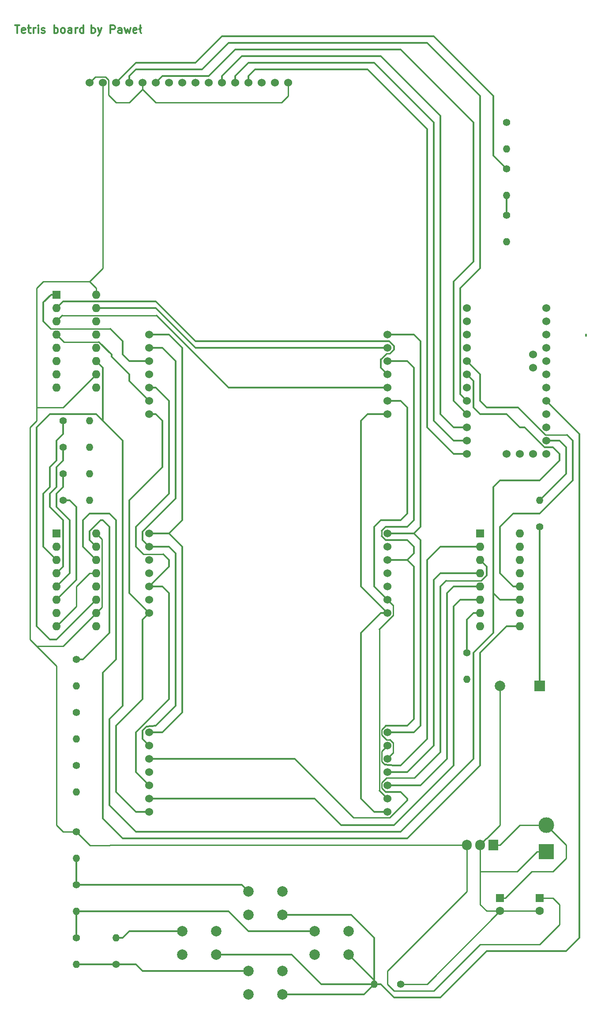
<source format=gtl>
G04 #@! TF.GenerationSoftware,KiCad,Pcbnew,5.1.5-52549c5~84~ubuntu19.10.1*
G04 #@! TF.CreationDate,2020-03-16T22:21:34+01:00*
G04 #@! TF.ProjectId,tetris-board,74657472-6973-42d6-926f-6172642e6b69,rev?*
G04 #@! TF.SameCoordinates,Original*
G04 #@! TF.FileFunction,Copper,L1,Top*
G04 #@! TF.FilePolarity,Positive*
%FSLAX46Y46*%
G04 Gerber Fmt 4.6, Leading zero omitted, Abs format (unit mm)*
G04 Created by KiCad (PCBNEW 5.1.5-52549c5~84~ubuntu19.10.1) date 2020-03-16 22:21:34*
%MOMM*%
%LPD*%
G04 APERTURE LIST*
%ADD10C,0.300000*%
%ADD11C,1.524000*%
%ADD12O,1.600000X1.600000*%
%ADD13R,1.600000X1.600000*%
%ADD14C,3.000000*%
%ADD15R,3.000000X3.000000*%
%ADD16O,1.905000X2.000000*%
%ADD17R,1.905000X2.000000*%
%ADD18C,1.600000*%
%ADD19C,2.000000*%
%ADD20O,1.400000X1.400000*%
%ADD21C,1.400000*%
%ADD22R,2.000000X2.000000*%
%ADD23C,0.250000*%
G04 APERTURE END LIST*
D10*
X52435714Y-50208571D02*
X52435714Y-48708571D01*
X52435714Y-49280000D02*
X52578571Y-49208571D01*
X52864285Y-49208571D01*
X53007142Y-49280000D01*
X53078571Y-49351428D01*
X53150000Y-49494285D01*
X53150000Y-49922857D01*
X53078571Y-50065714D01*
X53007142Y-50137142D01*
X52864285Y-50208571D01*
X52578571Y-50208571D01*
X52435714Y-50137142D01*
X53650000Y-49208571D02*
X54007142Y-50208571D01*
X54364285Y-49208571D02*
X54007142Y-50208571D01*
X53864285Y-50565714D01*
X53792857Y-50637142D01*
X53650000Y-50708571D01*
X56078571Y-50208571D02*
X56078571Y-48708571D01*
X56650000Y-48708571D01*
X56792857Y-48780000D01*
X56864285Y-48851428D01*
X56935714Y-48994285D01*
X56935714Y-49208571D01*
X56864285Y-49351428D01*
X56792857Y-49422857D01*
X56650000Y-49494285D01*
X56078571Y-49494285D01*
X58221428Y-50208571D02*
X58221428Y-49422857D01*
X58150000Y-49280000D01*
X58007142Y-49208571D01*
X57721428Y-49208571D01*
X57578571Y-49280000D01*
X58221428Y-50137142D02*
X58078571Y-50208571D01*
X57721428Y-50208571D01*
X57578571Y-50137142D01*
X57507142Y-49994285D01*
X57507142Y-49851428D01*
X57578571Y-49708571D01*
X57721428Y-49637142D01*
X58078571Y-49637142D01*
X58221428Y-49565714D01*
X58792857Y-49208571D02*
X59078571Y-50208571D01*
X59364285Y-49494285D01*
X59650000Y-50208571D01*
X59935714Y-49208571D01*
X61078571Y-50137142D02*
X60935714Y-50208571D01*
X60650000Y-50208571D01*
X60507142Y-50137142D01*
X60435714Y-49994285D01*
X60435714Y-49422857D01*
X60507142Y-49280000D01*
X60650000Y-49208571D01*
X60935714Y-49208571D01*
X61078571Y-49280000D01*
X61150000Y-49422857D01*
X61150000Y-49565714D01*
X60435714Y-49708571D01*
X62007142Y-50208571D02*
X61864285Y-50137142D01*
X61792857Y-49994285D01*
X61792857Y-48708571D01*
X61578571Y-49494285D02*
X62007142Y-49208571D01*
X37771428Y-48708571D02*
X38628571Y-48708571D01*
X38200000Y-50208571D02*
X38200000Y-48708571D01*
X39700000Y-50137142D02*
X39557142Y-50208571D01*
X39271428Y-50208571D01*
X39128571Y-50137142D01*
X39057142Y-49994285D01*
X39057142Y-49422857D01*
X39128571Y-49280000D01*
X39271428Y-49208571D01*
X39557142Y-49208571D01*
X39700000Y-49280000D01*
X39771428Y-49422857D01*
X39771428Y-49565714D01*
X39057142Y-49708571D01*
X40200000Y-49208571D02*
X40771428Y-49208571D01*
X40414285Y-48708571D02*
X40414285Y-49994285D01*
X40485714Y-50137142D01*
X40628571Y-50208571D01*
X40771428Y-50208571D01*
X41271428Y-50208571D02*
X41271428Y-49208571D01*
X41271428Y-49494285D02*
X41342857Y-49351428D01*
X41414285Y-49280000D01*
X41557142Y-49208571D01*
X41700000Y-49208571D01*
X42200000Y-50208571D02*
X42200000Y-49208571D01*
X42200000Y-48708571D02*
X42128571Y-48780000D01*
X42200000Y-48851428D01*
X42271428Y-48780000D01*
X42200000Y-48708571D01*
X42200000Y-48851428D01*
X42842857Y-50137142D02*
X42985714Y-50208571D01*
X43271428Y-50208571D01*
X43414285Y-50137142D01*
X43485714Y-49994285D01*
X43485714Y-49922857D01*
X43414285Y-49780000D01*
X43271428Y-49708571D01*
X43057142Y-49708571D01*
X42914285Y-49637142D01*
X42842857Y-49494285D01*
X42842857Y-49422857D01*
X42914285Y-49280000D01*
X43057142Y-49208571D01*
X43271428Y-49208571D01*
X43414285Y-49280000D01*
X45271428Y-50208571D02*
X45271428Y-48708571D01*
X45271428Y-49280000D02*
X45414285Y-49208571D01*
X45700000Y-49208571D01*
X45842857Y-49280000D01*
X45914285Y-49351428D01*
X45985714Y-49494285D01*
X45985714Y-49922857D01*
X45914285Y-50065714D01*
X45842857Y-50137142D01*
X45700000Y-50208571D01*
X45414285Y-50208571D01*
X45271428Y-50137142D01*
X46842857Y-50208571D02*
X46700000Y-50137142D01*
X46628571Y-50065714D01*
X46557142Y-49922857D01*
X46557142Y-49494285D01*
X46628571Y-49351428D01*
X46700000Y-49280000D01*
X46842857Y-49208571D01*
X47057142Y-49208571D01*
X47200000Y-49280000D01*
X47271428Y-49351428D01*
X47342857Y-49494285D01*
X47342857Y-49922857D01*
X47271428Y-50065714D01*
X47200000Y-50137142D01*
X47057142Y-50208571D01*
X46842857Y-50208571D01*
X48628571Y-50208571D02*
X48628571Y-49422857D01*
X48557142Y-49280000D01*
X48414285Y-49208571D01*
X48128571Y-49208571D01*
X47985714Y-49280000D01*
X48628571Y-50137142D02*
X48485714Y-50208571D01*
X48128571Y-50208571D01*
X47985714Y-50137142D01*
X47914285Y-49994285D01*
X47914285Y-49851428D01*
X47985714Y-49708571D01*
X48128571Y-49637142D01*
X48485714Y-49637142D01*
X48628571Y-49565714D01*
X49342857Y-50208571D02*
X49342857Y-49208571D01*
X49342857Y-49494285D02*
X49414285Y-49351428D01*
X49485714Y-49280000D01*
X49628571Y-49208571D01*
X49771428Y-49208571D01*
X50914285Y-50208571D02*
X50914285Y-48708571D01*
X50914285Y-50137142D02*
X50771428Y-50208571D01*
X50485714Y-50208571D01*
X50342857Y-50137142D01*
X50271428Y-50065714D01*
X50200000Y-49922857D01*
X50200000Y-49494285D01*
X50271428Y-49351428D01*
X50342857Y-49280000D01*
X50485714Y-49208571D01*
X50771428Y-49208571D01*
X50914285Y-49280000D01*
D11*
X90170000Y-59690000D03*
X87630000Y-59690000D03*
X85090000Y-59690000D03*
X82550000Y-59690000D03*
X80010000Y-59690000D03*
X77470000Y-59690000D03*
X74930000Y-59690000D03*
X72390000Y-59690000D03*
X69850000Y-59690000D03*
X67310000Y-59690000D03*
X64770000Y-59690000D03*
X62230000Y-59690000D03*
X59690000Y-59690000D03*
X57150000Y-59690000D03*
X54610000Y-59690000D03*
X52070000Y-59690000D03*
X137160000Y-111760000D03*
X137160000Y-114300000D03*
X124460000Y-102870000D03*
X124460000Y-105410000D03*
X124460000Y-107950000D03*
X124460000Y-110490000D03*
X124460000Y-113030000D03*
X124460000Y-115570000D03*
X124460000Y-118110000D03*
X124460000Y-120650000D03*
X124460000Y-123190000D03*
X124460000Y-125730000D03*
X124460000Y-128270000D03*
X124460000Y-130810000D03*
X132080000Y-130810000D03*
X134620000Y-130810000D03*
X137160000Y-130810000D03*
X139700000Y-102870000D03*
X139700000Y-105410000D03*
X139700000Y-107950000D03*
X139700000Y-110490000D03*
X139700000Y-113030000D03*
X139700000Y-115570000D03*
X139700000Y-118110000D03*
X139700000Y-120650000D03*
X139700000Y-123190000D03*
X139700000Y-125730000D03*
X139700000Y-128270000D03*
X139700000Y-130810000D03*
X109220000Y-199390000D03*
X109220000Y-196850000D03*
X109220000Y-194310000D03*
X109220000Y-191770000D03*
X109220000Y-189230000D03*
X109220000Y-186690000D03*
X109220000Y-184150000D03*
X63500000Y-199390000D03*
X63500000Y-196850000D03*
X63500000Y-194310000D03*
X63500000Y-191770000D03*
X63500000Y-189230000D03*
X63500000Y-186690000D03*
X63500000Y-184150000D03*
X109220000Y-161290000D03*
X109220000Y-158750000D03*
X109220000Y-156210000D03*
X109220000Y-153670000D03*
X109220000Y-151130000D03*
X109220000Y-148590000D03*
X109220000Y-146050000D03*
X63500000Y-161290000D03*
X63500000Y-158750000D03*
X63500000Y-156210000D03*
X63500000Y-153670000D03*
X63500000Y-151130000D03*
X63500000Y-148590000D03*
X63500000Y-146050000D03*
D12*
X53340000Y-100330000D03*
X45720000Y-118110000D03*
X53340000Y-102870000D03*
X45720000Y-115570000D03*
X53340000Y-105410000D03*
X45720000Y-113030000D03*
X53340000Y-107950000D03*
X45720000Y-110490000D03*
X53340000Y-110490000D03*
X45720000Y-107950000D03*
X53340000Y-113030000D03*
X45720000Y-105410000D03*
X53340000Y-115570000D03*
X45720000Y-102870000D03*
X53340000Y-118110000D03*
D13*
X45720000Y-100330000D03*
D11*
X109220000Y-123190000D03*
X109220000Y-120650000D03*
X109220000Y-118110000D03*
X109220000Y-115570000D03*
X109220000Y-113030000D03*
X109220000Y-110490000D03*
X109220000Y-107950000D03*
X63500000Y-123190000D03*
X63500000Y-120650000D03*
X63500000Y-118110000D03*
X63500000Y-115570000D03*
X63500000Y-113030000D03*
X63500000Y-110490000D03*
X63500000Y-107950000D03*
D12*
X53340000Y-146050000D03*
X45720000Y-163830000D03*
X53340000Y-148590000D03*
X45720000Y-161290000D03*
X53340000Y-151130000D03*
X45720000Y-158750000D03*
X53340000Y-153670000D03*
X45720000Y-156210000D03*
X53340000Y-156210000D03*
X45720000Y-153670000D03*
X53340000Y-158750000D03*
X45720000Y-151130000D03*
X53340000Y-161290000D03*
X45720000Y-148590000D03*
X53340000Y-163830000D03*
D13*
X45720000Y-146050000D03*
D14*
X139700000Y-201930000D03*
D15*
X139700000Y-207010000D03*
D16*
X124460000Y-205740000D03*
X127000000Y-205740000D03*
D17*
X129540000Y-205740000D03*
D18*
X138430000Y-218400000D03*
D13*
X138430000Y-215900000D03*
D18*
X130810000Y-218400000D03*
D13*
X130810000Y-215900000D03*
D19*
X101750000Y-222250000D03*
X101750000Y-226750000D03*
X95250000Y-222250000D03*
X95250000Y-226750000D03*
X89050000Y-229870000D03*
X89050000Y-234370000D03*
X82550000Y-229870000D03*
X82550000Y-234370000D03*
X89050000Y-214630000D03*
X89050000Y-219130000D03*
X82550000Y-214630000D03*
X82550000Y-219130000D03*
X76350000Y-222250000D03*
X76350000Y-226750000D03*
X69850000Y-222250000D03*
X69850000Y-226750000D03*
D20*
X138430000Y-139700000D03*
D21*
X138430000Y-144780000D03*
D20*
X132080000Y-72390000D03*
D21*
X132080000Y-67310000D03*
D20*
X132080000Y-81280000D03*
D21*
X132080000Y-76200000D03*
D20*
X132080000Y-90170000D03*
D21*
X132080000Y-85090000D03*
D20*
X106680000Y-232410000D03*
D21*
X111760000Y-232410000D03*
D20*
X57150000Y-223520000D03*
D21*
X57150000Y-228600000D03*
D20*
X49530000Y-228600000D03*
D21*
X49530000Y-223520000D03*
D20*
X49530000Y-218440000D03*
D21*
X49530000Y-213360000D03*
D20*
X49530000Y-208280000D03*
D21*
X49530000Y-203200000D03*
D19*
X130830000Y-175260000D03*
D22*
X138430000Y-175260000D03*
D20*
X52070000Y-139700000D03*
D21*
X46990000Y-139700000D03*
D20*
X52070000Y-134620000D03*
D21*
X46990000Y-134620000D03*
D20*
X52070000Y-129540000D03*
D21*
X46990000Y-129540000D03*
D20*
X52070000Y-124460000D03*
D21*
X46990000Y-124460000D03*
D20*
X49530000Y-175260000D03*
D21*
X49530000Y-170180000D03*
D20*
X124460000Y-173990000D03*
D21*
X124460000Y-168910000D03*
D20*
X49530000Y-195580000D03*
D21*
X49530000Y-190500000D03*
D20*
X49530000Y-185420000D03*
D21*
X49530000Y-180340000D03*
D12*
X134620000Y-146050000D03*
X127000000Y-163830000D03*
X134620000Y-148590000D03*
X127000000Y-161290000D03*
X134620000Y-151130000D03*
X127000000Y-158750000D03*
X134620000Y-153670000D03*
X127000000Y-156210000D03*
X134620000Y-156210000D03*
X127000000Y-153670000D03*
X134620000Y-158750000D03*
X127000000Y-151130000D03*
X134620000Y-161290000D03*
X127000000Y-148590000D03*
X134620000Y-163830000D03*
D13*
X127000000Y-146050000D03*
D10*
X147320000Y-107950000D02*
X147320000Y-108194999D01*
X109220000Y-118110000D02*
X78740000Y-118110000D01*
X46519999Y-104610001D02*
X45720000Y-105410000D01*
X46845001Y-104284999D02*
X46519999Y-104610001D01*
D23*
X64914999Y-104284999D02*
X46845001Y-104284999D01*
D10*
X78740000Y-118110000D02*
X64914999Y-104284999D01*
X109220000Y-115570000D02*
X107950000Y-114300000D01*
X109741761Y-111577001D02*
X110490000Y-110828762D01*
D23*
X109064237Y-111577001D02*
X109741761Y-111577001D01*
D10*
X107950000Y-114300000D02*
X107950000Y-112691238D01*
D23*
X107950000Y-112691238D02*
X109064237Y-111577001D01*
D10*
X110490000Y-110151238D02*
X109558762Y-109220000D01*
X110490000Y-110828762D02*
X110490000Y-110151238D01*
X109558762Y-109220000D02*
X72390000Y-109220000D01*
X72390000Y-109220000D02*
X64770000Y-101600000D01*
X46990000Y-101600000D02*
X45720000Y-102870000D01*
X64770000Y-101600000D02*
X46990000Y-101600000D01*
X109220000Y-110490000D02*
X72390000Y-110490000D01*
X64770000Y-102870000D02*
X53340000Y-102870000D01*
X72390000Y-110490000D02*
X64770000Y-102870000D01*
X59690000Y-116840000D02*
X63500000Y-120650000D01*
X59690000Y-115570000D02*
X59690000Y-116840000D01*
X53880001Y-109364999D02*
X56275002Y-111760000D01*
X56275002Y-111760000D02*
X56275002Y-112155002D01*
D23*
X47134999Y-109364999D02*
X53880001Y-109364999D01*
D10*
X45720000Y-107950000D02*
X47134999Y-109364999D01*
X56275002Y-112155002D02*
X59690000Y-115570000D01*
X63500000Y-113030000D02*
X59690000Y-113030000D01*
X59690000Y-113030000D02*
X58420000Y-111760000D01*
X58420000Y-111760000D02*
X58420000Y-109220000D01*
D23*
X56024999Y-106824999D02*
X44594999Y-106824999D01*
D10*
X58420000Y-109220000D02*
X56024999Y-106824999D01*
X44594999Y-106824999D02*
X43180000Y-105410000D01*
X43180000Y-101820000D02*
X44670000Y-100330000D01*
X44670000Y-100330000D02*
X45720000Y-100330000D01*
X43180000Y-105410000D02*
X43180000Y-101820000D01*
X115570000Y-194310000D02*
X109220000Y-194310000D01*
X120650000Y-189230000D02*
X115570000Y-194310000D01*
X120650000Y-157480000D02*
X120650000Y-189230000D01*
X124460000Y-156210000D02*
X121920000Y-156210000D01*
X121920000Y-156210000D02*
X120650000Y-157480000D01*
X124460000Y-156210000D02*
X127000000Y-156210000D01*
X118110000Y-186690000D02*
X113030000Y-191770000D01*
X124460000Y-153670000D02*
X119380000Y-153670000D01*
X113030000Y-191770000D02*
X109220000Y-191770000D01*
X118110000Y-154940000D02*
X118110000Y-186690000D01*
X119380000Y-153670000D02*
X118110000Y-154940000D01*
X124460000Y-153670000D02*
X127000000Y-153670000D01*
X119380000Y-148590000D02*
X124460000Y-148590000D01*
X116840000Y-151130000D02*
X119380000Y-148590000D01*
X116840000Y-185420000D02*
X116840000Y-151130000D01*
X111760000Y-190500000D02*
X116840000Y-185420000D01*
D23*
X108132999Y-187777001D02*
X108132999Y-189751761D01*
X109220000Y-186690000D02*
X108132999Y-187777001D01*
D10*
X124460000Y-148590000D02*
X127000000Y-148590000D01*
D23*
X108132999Y-189751761D02*
X108698239Y-190317001D01*
D10*
X108698239Y-190317001D02*
X110490000Y-190500000D01*
X110490000Y-190500000D02*
X111760000Y-190500000D01*
X95250000Y-196850000D02*
X63500000Y-196850000D01*
X123190000Y-158750000D02*
X121920000Y-160020000D01*
X127000000Y-158750000D02*
X123190000Y-158750000D01*
X100330000Y-201930000D02*
X95250000Y-196850000D01*
X110490000Y-201930000D02*
X100330000Y-201930000D01*
X121920000Y-160020000D02*
X121920000Y-190500000D01*
X121920000Y-190500000D02*
X110490000Y-201930000D01*
D23*
X109741761Y-200477001D02*
X102687001Y-200477001D01*
D10*
X91440000Y-189230000D02*
X63500000Y-189230000D01*
X113030000Y-196850000D02*
X113030000Y-197188762D01*
X102687001Y-200477001D02*
X91440000Y-189230000D01*
X111760000Y-195580000D02*
X113030000Y-196850000D01*
X108881238Y-195580000D02*
X111760000Y-195580000D01*
D23*
X127250003Y-155084999D02*
X120505001Y-155084999D01*
D10*
X128270000Y-152400000D02*
X128270000Y-154065002D01*
X128270000Y-154065002D02*
X127250003Y-155084999D01*
X120505001Y-155084999D02*
X119380000Y-156210000D01*
X119380000Y-156210000D02*
X119380000Y-187960000D01*
D23*
X108132999Y-194831761D02*
X108881238Y-195580000D01*
D10*
X119380000Y-187960000D02*
X114482999Y-192857001D01*
X127000000Y-151130000D02*
X128270000Y-152400000D01*
D23*
X114482999Y-192857001D02*
X109064237Y-192857001D01*
X109064237Y-192857001D02*
X108132999Y-193788239D01*
D10*
X113030000Y-197188762D02*
X109741761Y-200477001D01*
D23*
X108132999Y-193788239D02*
X108132999Y-194831761D01*
D10*
X50800000Y-143510000D02*
X50800000Y-148590000D01*
X52070000Y-142240000D02*
X50800000Y-143510000D01*
X113030000Y-204470000D02*
X58420000Y-204470000D01*
X127000000Y-190500000D02*
X113030000Y-204470000D01*
X58420000Y-204470000D02*
X54610000Y-200660000D01*
X57150000Y-170180000D02*
X57150000Y-143510000D01*
X55880000Y-142240000D02*
X52070000Y-142240000D01*
X54610000Y-172720000D02*
X57150000Y-170180000D01*
X127000000Y-168910000D02*
X127000000Y-190500000D01*
X50800000Y-148590000D02*
X53340000Y-151130000D01*
X132080000Y-163830000D02*
X127000000Y-168910000D01*
X57150000Y-143510000D02*
X55880000Y-142240000D01*
X134620000Y-163830000D02*
X132080000Y-163830000D01*
X54610000Y-200660000D02*
X54610000Y-172720000D01*
X62738001Y-193548001D02*
X63500000Y-194310000D01*
X60960000Y-191770000D02*
X63500000Y-194310000D01*
X63500000Y-156210000D02*
X66040000Y-156210000D01*
X67310000Y-157480000D02*
X67310000Y-177800000D01*
X60960000Y-184150000D02*
X60960000Y-191770000D01*
X67310000Y-177800000D02*
X60960000Y-184150000D01*
X66040000Y-156210000D02*
X67310000Y-157480000D01*
X66222999Y-150042999D02*
X67310000Y-151130000D01*
X60960000Y-148590000D02*
X62412999Y-150042999D01*
X67310000Y-151130000D02*
X67310000Y-152400000D01*
D23*
X62412999Y-150042999D02*
X66222999Y-150042999D01*
D10*
X63500000Y-118110000D02*
X64770000Y-118110000D01*
X67310000Y-120650000D02*
X67310000Y-138430000D01*
X60960000Y-144780000D02*
X60960000Y-148590000D01*
X67310000Y-152400000D02*
X63500000Y-156210000D01*
X64770000Y-118110000D02*
X67310000Y-120650000D01*
X67310000Y-138430000D02*
X60960000Y-144780000D01*
X67310000Y-146050000D02*
X63500000Y-146050000D01*
X67310000Y-146050000D02*
X69850000Y-148590000D01*
X69850000Y-143510000D02*
X67310000Y-146050000D01*
X67310000Y-107950000D02*
X69850000Y-110490000D01*
X69850000Y-110490000D02*
X69850000Y-143510000D01*
X63500000Y-107950000D02*
X67310000Y-107950000D01*
X69850000Y-180340000D02*
X66040000Y-184150000D01*
X66040000Y-184150000D02*
X63500000Y-184150000D01*
X69850000Y-148590000D02*
X69850000Y-180340000D01*
X62230000Y-185420000D02*
X62738001Y-185928001D01*
X62230000Y-183811238D02*
X62230000Y-185420000D01*
X62978239Y-183062999D02*
X62230000Y-183811238D01*
X62738001Y-185928001D02*
X63500000Y-186690000D01*
X63500000Y-148590000D02*
X67310000Y-148590000D01*
X67310000Y-148590000D02*
X68580000Y-149860000D01*
X68580000Y-179070000D02*
X64770000Y-182880000D01*
X68580000Y-149860000D02*
X68580000Y-179070000D01*
X64770000Y-182880000D02*
X62978239Y-183062999D01*
X62230000Y-147320000D02*
X63500000Y-148590000D01*
X66040000Y-110490000D02*
X68580000Y-113030000D01*
X63500000Y-110490000D02*
X66040000Y-110490000D01*
X62230000Y-145711238D02*
X62230000Y-147320000D01*
X68580000Y-113030000D02*
X68580000Y-139361238D01*
X68580000Y-139361238D02*
X62230000Y-145711238D01*
X127000000Y-161290000D02*
X125730000Y-161290000D01*
X124460000Y-162560000D02*
X124460000Y-168910000D01*
X125730000Y-161290000D02*
X124460000Y-162560000D01*
X60960000Y-199390000D02*
X63500000Y-199390000D01*
X62230000Y-162560000D02*
X62230000Y-177800000D01*
X62230000Y-177800000D02*
X57150000Y-182880000D01*
X63500000Y-161290000D02*
X62230000Y-162560000D01*
X57150000Y-182880000D02*
X57150000Y-195580000D01*
X57150000Y-195580000D02*
X60960000Y-199390000D01*
X59690000Y-157480000D02*
X63500000Y-161290000D01*
X63500000Y-123190000D02*
X64770000Y-123190000D01*
X66040000Y-133350000D02*
X59690000Y-139700000D01*
X66040000Y-124460000D02*
X66040000Y-133350000D01*
X64770000Y-123190000D02*
X66040000Y-124460000D01*
X59690000Y-139700000D02*
X59690000Y-157480000D01*
X53340000Y-148590000D02*
X52070000Y-147320000D01*
X52070000Y-147320000D02*
X52070000Y-145654998D01*
X52070000Y-145654998D02*
X54214998Y-143510000D01*
X54610000Y-143510000D02*
X55880000Y-144780000D01*
X54214998Y-143510000D02*
X54610000Y-143510000D01*
X49530000Y-170180000D02*
X50800000Y-170180000D01*
X50800000Y-170180000D02*
X55880000Y-165100000D01*
X55880000Y-144780000D02*
X55880000Y-165100000D01*
X114300000Y-149860000D02*
X113030000Y-151130000D01*
X113030000Y-144780000D02*
X108881238Y-144780000D01*
X114300000Y-143510000D02*
X113030000Y-144780000D01*
X108881238Y-144780000D02*
X108132999Y-145528239D01*
X113030000Y-147320000D02*
X114300000Y-148590000D01*
X113030000Y-151130000D02*
X109220000Y-151130000D01*
X114300000Y-114300000D02*
X114300000Y-143510000D01*
X109220000Y-113030000D02*
X113030000Y-113030000D01*
X113030000Y-113030000D02*
X114300000Y-114300000D01*
X108881238Y-147320000D02*
X113030000Y-147320000D01*
D23*
X108132999Y-145528239D02*
X108132999Y-146571761D01*
D10*
X114300000Y-148590000D02*
X114300000Y-149860000D01*
X108132999Y-146571761D02*
X108881238Y-147320000D01*
X113030000Y-151130000D02*
X114300000Y-152400000D01*
X114300000Y-152400000D02*
X114300000Y-181610000D01*
X114300000Y-181610000D02*
X113030000Y-182880000D01*
X110307001Y-188142999D02*
X109981999Y-188468001D01*
D23*
X109064237Y-185602999D02*
X109741761Y-185602999D01*
X108132999Y-184671761D02*
X109064237Y-185602999D01*
D10*
X109981999Y-188468001D02*
X109220000Y-189230000D01*
D23*
X110307001Y-186168239D02*
X110307001Y-188142999D01*
X108132999Y-183628239D02*
X108132999Y-184671761D01*
D10*
X109741761Y-185602999D02*
X110307001Y-186168239D01*
D23*
X108881238Y-182880000D02*
X108132999Y-183628239D01*
D10*
X113030000Y-182880000D02*
X108881238Y-182880000D01*
X43180000Y-148590000D02*
X45720000Y-151130000D01*
X43180000Y-138430000D02*
X43180000Y-148590000D01*
X44450000Y-137160000D02*
X43180000Y-138430000D01*
X46990000Y-127000000D02*
X45720000Y-128270000D01*
X45720000Y-128270000D02*
X45720000Y-132080000D01*
X45720000Y-132080000D02*
X44450000Y-133350000D01*
X46990000Y-124460000D02*
X46990000Y-127000000D01*
X44450000Y-133350000D02*
X44450000Y-137160000D01*
X104140000Y-196850000D02*
X106680000Y-199390000D01*
X104140000Y-165100000D02*
X104140000Y-196850000D01*
X106680000Y-199390000D02*
X109220000Y-199390000D01*
X109220000Y-161290000D02*
X107950000Y-161290000D01*
X107950000Y-161290000D02*
X104140000Y-165100000D01*
X109220000Y-123190000D02*
X105410000Y-123190000D01*
X105410000Y-123190000D02*
X104140000Y-124460000D01*
X104140000Y-156210000D02*
X109220000Y-161290000D01*
X104140000Y-124460000D02*
X104140000Y-156210000D01*
X46990000Y-129540000D02*
X46990000Y-132080000D01*
X46990000Y-132080000D02*
X45720000Y-133350000D01*
X45720000Y-133350000D02*
X45720000Y-137160000D01*
X45720000Y-137160000D02*
X44450000Y-138430000D01*
X44450000Y-138430000D02*
X44450000Y-140970000D01*
X46990000Y-143510000D02*
X46990000Y-152400000D01*
X46990000Y-152400000D02*
X45720000Y-153670000D01*
X44450000Y-140970000D02*
X46990000Y-143510000D01*
X114300000Y-146050000D02*
X109220000Y-146050000D01*
X115570000Y-144780000D02*
X114300000Y-146050000D01*
X115570000Y-109220000D02*
X115570000Y-144780000D01*
X109220000Y-107950000D02*
X114300000Y-107950000D01*
X114300000Y-107950000D02*
X115570000Y-109220000D01*
X114300000Y-146050000D02*
X115570000Y-147320000D01*
X115570000Y-147320000D02*
X115570000Y-182880000D01*
X115570000Y-182880000D02*
X114300000Y-184150000D01*
X114300000Y-184150000D02*
X109220000Y-184150000D01*
X46990000Y-137160000D02*
X45720000Y-138430000D01*
X46990000Y-134620000D02*
X46990000Y-137160000D01*
X45720000Y-138430000D02*
X45720000Y-140970000D01*
X48260000Y-143510000D02*
X48260000Y-153670000D01*
X48260000Y-153670000D02*
X45720000Y-156210000D01*
X45720000Y-140970000D02*
X48260000Y-143510000D01*
X106680000Y-156210000D02*
X109220000Y-158750000D01*
X107950000Y-143510000D02*
X106680000Y-144780000D01*
X106680000Y-144780000D02*
X106680000Y-156210000D01*
X111760000Y-120650000D02*
X113030000Y-121920000D01*
X109220000Y-120650000D02*
X111760000Y-120650000D01*
X111760000Y-143510000D02*
X107950000Y-143510000D01*
X113030000Y-121920000D02*
X113030000Y-142240000D01*
X113030000Y-142240000D02*
X111760000Y-143510000D01*
X110307001Y-159837001D02*
X109981999Y-159511999D01*
X109981999Y-159511999D02*
X109220000Y-158750000D01*
D23*
X110307001Y-161811761D02*
X110307001Y-159837001D01*
D10*
X107682990Y-164435772D02*
X110307001Y-161811761D01*
D23*
X107682990Y-195312990D02*
X107682990Y-164435772D01*
D10*
X109220000Y-196850000D02*
X107682990Y-195312990D01*
X46990000Y-139700000D02*
X48260000Y-139700000D01*
X48260000Y-156210000D02*
X45720000Y-158750000D01*
X49530000Y-154940000D02*
X48260000Y-156210000D01*
X49530000Y-140970000D02*
X49530000Y-154940000D01*
X48260000Y-139700000D02*
X49530000Y-140970000D01*
X138430000Y-144780000D02*
X138430000Y-175260000D01*
X49530000Y-208280000D02*
X49530000Y-213360000D01*
X81280000Y-213360000D02*
X82550000Y-214630000D01*
X49530000Y-213360000D02*
X81280000Y-213360000D01*
X49530000Y-218440000D02*
X49530000Y-223520000D01*
X49530000Y-218440000D02*
X78740000Y-218440000D01*
X78740000Y-218440000D02*
X82550000Y-222250000D01*
X82550000Y-222250000D02*
X95250000Y-222250000D01*
X49530000Y-228600000D02*
X57150000Y-228600000D01*
X57150000Y-228600000D02*
X60960000Y-228600000D01*
X62230000Y-229870000D02*
X82550000Y-229870000D01*
X60960000Y-228600000D02*
X62230000Y-229870000D01*
X57150000Y-223520000D02*
X58420000Y-223520000D01*
X59690000Y-222250000D02*
X69850000Y-222250000D01*
X58420000Y-223520000D02*
X59690000Y-222250000D01*
X132080000Y-81280000D02*
X132080000Y-85090000D01*
D23*
X52125001Y-205795001D02*
X55935001Y-205795001D01*
X41910000Y-121920000D02*
X41910000Y-124460000D01*
X45720000Y-201930000D02*
X46990000Y-203200000D01*
X138430000Y-215900000D02*
X140970000Y-215900000D01*
X142240000Y-220980000D02*
X138430000Y-224790000D01*
X55935001Y-205795001D02*
X55990002Y-205740000D01*
X54465001Y-160164999D02*
X54139999Y-160490001D01*
X54139999Y-160490001D02*
X53340000Y-161290000D01*
X136110000Y-224790000D02*
X134620000Y-224790000D01*
X142240000Y-217170000D02*
X142240000Y-220980000D01*
X41910000Y-167640000D02*
X45720000Y-171450000D01*
X45720000Y-171450000D02*
X45720000Y-201930000D01*
X54610000Y-59690000D02*
X54610000Y-95250000D01*
X40640000Y-166370000D02*
X41910000Y-167640000D01*
X40640000Y-125730000D02*
X40640000Y-166370000D01*
X46990000Y-203200000D02*
X49530000Y-203200000D01*
X49530000Y-203200000D02*
X52125001Y-205795001D01*
X53340000Y-146050000D02*
X54465001Y-147175001D01*
X54465001Y-147175001D02*
X54465001Y-160164999D01*
X54610000Y-95250000D02*
X52070000Y-97790000D01*
X124460000Y-214630000D02*
X124460000Y-205740000D01*
X46990000Y-167640000D02*
X41910000Y-167640000D01*
X53340000Y-161290000D02*
X46990000Y-167640000D01*
X55990002Y-205740000D02*
X124460000Y-205740000D01*
X140970000Y-215900000D02*
X142240000Y-217170000D01*
X41910000Y-124460000D02*
X40640000Y-125730000D01*
X53340000Y-115570000D02*
X46990000Y-121920000D01*
X46990000Y-121920000D02*
X41910000Y-121920000D01*
X134620000Y-224790000D02*
X127000000Y-224790000D01*
X138430000Y-224790000D02*
X134620000Y-224790000D01*
X127000000Y-224790000D02*
X118110000Y-233680000D01*
X52070000Y-97790000D02*
X43180000Y-97790000D01*
X109220000Y-231387002D02*
X109220000Y-229870000D01*
X109220000Y-229870000D02*
X124460000Y-214630000D01*
X53340000Y-99060000D02*
X52070000Y-97790000D01*
X53340000Y-100330000D02*
X53340000Y-99060000D01*
X41910000Y-99060000D02*
X41910000Y-121920000D01*
X43180000Y-97790000D02*
X41910000Y-99060000D01*
X109220000Y-231387002D02*
X109220000Y-232410000D01*
X109220000Y-232410000D02*
X110490000Y-233680000D01*
X110490000Y-233680000D02*
X111760000Y-233680000D01*
X118110000Y-233680000D02*
X111760000Y-233680000D01*
D10*
X89050000Y-219130000D02*
X102290000Y-219130000D01*
X106680000Y-223520000D02*
X106680000Y-232410000D01*
X102290000Y-219130000D02*
X106680000Y-223520000D01*
X106680000Y-231680000D02*
X106680000Y-232410000D01*
X101750000Y-226750000D02*
X106680000Y-231680000D01*
X76350000Y-226750000D02*
X90860000Y-226750000D01*
X96520000Y-232410000D02*
X106680000Y-232410000D01*
X90860000Y-226750000D02*
X96520000Y-232410000D01*
X104720000Y-234370000D02*
X106680000Y-232410000D01*
X89050000Y-234370000D02*
X104720000Y-234370000D01*
X107950000Y-232410000D02*
X106680000Y-232410000D01*
X110490000Y-234950000D02*
X107950000Y-232410000D01*
X139700000Y-120650000D02*
X146050000Y-127000000D01*
X146050000Y-127000000D02*
X146050000Y-223520000D01*
X119380000Y-234950000D02*
X110490000Y-234950000D01*
X143510000Y-226060000D02*
X128270000Y-226060000D01*
X128270000Y-226060000D02*
X119380000Y-234950000D01*
X146050000Y-223520000D02*
X143510000Y-226060000D01*
X139129999Y-139000001D02*
X138430000Y-139700000D01*
X139700000Y-128270000D02*
X142240000Y-128270000D01*
X143510000Y-129540000D02*
X143510000Y-134620000D01*
X143510000Y-134620000D02*
X139129999Y-139000001D01*
X142240000Y-128270000D02*
X143510000Y-129540000D01*
X133350000Y-156210000D02*
X134620000Y-156210000D01*
X127000000Y-120650000D02*
X128270000Y-121920000D01*
X143692999Y-127182999D02*
X144780000Y-128270000D01*
X127000000Y-115570000D02*
X127000000Y-120650000D01*
D23*
X134281238Y-121920000D02*
X139544237Y-127182999D01*
D10*
X128270000Y-121920000D02*
X134281238Y-121920000D01*
X124460000Y-113030000D02*
X127000000Y-115570000D01*
D23*
X139544237Y-127182999D02*
X143692999Y-127182999D01*
D10*
X144780000Y-128270000D02*
X144780000Y-135890000D01*
X130810000Y-153670000D02*
X133350000Y-156210000D01*
X133350000Y-142240000D02*
X130810000Y-144780000D01*
X144780000Y-135890000D02*
X138430000Y-142240000D01*
X130810000Y-144780000D02*
X130810000Y-153670000D01*
X138430000Y-142240000D02*
X133350000Y-142240000D01*
X53340000Y-158750000D02*
X45720000Y-166370000D01*
X45720000Y-166370000D02*
X44450000Y-166370000D01*
X44450000Y-166370000D02*
X43180000Y-165100000D01*
X43180000Y-165100000D02*
X41910000Y-163830000D01*
X41910000Y-163830000D02*
X41910000Y-125730000D01*
X41910000Y-125730000D02*
X44450000Y-123190000D01*
X44450000Y-123190000D02*
X52317002Y-123190000D01*
X52317002Y-123190000D02*
X53340000Y-123190000D01*
X54610000Y-114300000D02*
X54610000Y-124460000D01*
X53340000Y-123190000D02*
X54610000Y-124460000D01*
X53340000Y-113030000D02*
X54610000Y-114300000D01*
X130810000Y-158750000D02*
X134620000Y-158750000D01*
X129540000Y-157480000D02*
X130810000Y-158750000D01*
X58420000Y-128270000D02*
X54610000Y-124460000D01*
X58420000Y-179070000D02*
X58420000Y-128270000D01*
X55880000Y-198120000D02*
X55880000Y-181610000D01*
X129540000Y-157480000D02*
X129540000Y-165100000D01*
X55880000Y-181610000D02*
X58420000Y-179070000D01*
X125730000Y-189230000D02*
X111760000Y-203200000D01*
X60960000Y-203200000D02*
X55880000Y-198120000D01*
X111760000Y-203200000D02*
X60960000Y-203200000D01*
X129540000Y-165100000D02*
X125730000Y-168910000D01*
X125730000Y-168910000D02*
X125730000Y-189230000D01*
X125730000Y-121920000D02*
X127000000Y-123190000D01*
X132080000Y-123190000D02*
X134620000Y-125730000D01*
X125730000Y-116840000D02*
X125730000Y-121920000D01*
X127000000Y-123190000D02*
X132080000Y-123190000D01*
X124460000Y-115570000D02*
X125730000Y-116840000D01*
X129540000Y-137160000D02*
X129540000Y-157480000D01*
X130810000Y-135890000D02*
X129540000Y-137160000D01*
X140970000Y-129540000D02*
X142240000Y-130810000D01*
X134620000Y-125730000D02*
X135551238Y-125730000D01*
X135551238Y-125730000D02*
X139361238Y-129540000D01*
X139361238Y-129540000D02*
X140970000Y-129540000D01*
X142240000Y-132080000D02*
X138430000Y-135890000D01*
X138430000Y-135890000D02*
X130810000Y-135890000D01*
X142240000Y-130810000D02*
X142240000Y-132080000D01*
D23*
X53340000Y-153670000D02*
X52070000Y-153670000D01*
X52070000Y-153670000D02*
X49530000Y-156210000D01*
X49530000Y-160020000D02*
X45720000Y-163830000D01*
X49530000Y-156210000D02*
X49530000Y-160020000D01*
X138430000Y-218400000D02*
X130810000Y-218400000D01*
X116800000Y-232410000D02*
X130810000Y-218400000D01*
X111760000Y-232410000D02*
X116800000Y-232410000D01*
X130810000Y-218400000D02*
X128230000Y-218400000D01*
X128230000Y-218400000D02*
X127000000Y-217170000D01*
X134140000Y-210820000D02*
X127000000Y-210820000D01*
X137950000Y-207010000D02*
X134140000Y-210820000D01*
X139700000Y-207010000D02*
X137950000Y-207010000D01*
X127000000Y-217170000D02*
X127000000Y-210820000D01*
X127000000Y-210820000D02*
X127000000Y-205740000D01*
X127000000Y-205692500D02*
X127000000Y-205740000D01*
X128202500Y-204490000D02*
X127000000Y-205692500D01*
X130830000Y-201910000D02*
X128250000Y-204490000D01*
X128250000Y-204490000D02*
X128202500Y-204490000D01*
X130830000Y-175260000D02*
X130830000Y-201910000D01*
X64770000Y-63500000D02*
X62230000Y-60960000D01*
X88900000Y-63500000D02*
X64770000Y-63500000D01*
X62230000Y-60960000D02*
X62230000Y-59690000D01*
X90170000Y-59690000D02*
X90170000Y-62230000D01*
X90170000Y-62230000D02*
X88900000Y-63500000D01*
X62230000Y-60960000D02*
X59690000Y-63500000D01*
X59690000Y-63500000D02*
X57150000Y-63500000D01*
X52831999Y-58928001D02*
X52070000Y-59690000D01*
X55131761Y-58602999D02*
X53157001Y-58602999D01*
X53157001Y-58602999D02*
X52831999Y-58928001D01*
X55697001Y-59168239D02*
X55131761Y-58602999D01*
X55697001Y-62047001D02*
X55697001Y-59168239D01*
X57150000Y-63500000D02*
X55697001Y-62047001D01*
X131860000Y-215900000D02*
X136940000Y-210820000D01*
X130810000Y-215900000D02*
X131860000Y-215900000D01*
X136940000Y-210820000D02*
X140970000Y-210820000D01*
X140970000Y-210820000D02*
X143510000Y-208280000D01*
X143510000Y-205740000D02*
X139700000Y-201930000D01*
X143510000Y-208280000D02*
X143510000Y-205740000D01*
X130810000Y-205740000D02*
X129540000Y-205740000D01*
X139700000Y-201930000D02*
X134620000Y-201930000D01*
X134620000Y-201930000D02*
X130810000Y-205740000D01*
D10*
X129540000Y-73660000D02*
X132080000Y-76200000D01*
X129540000Y-62230000D02*
X129540000Y-73660000D01*
X57150000Y-59690000D02*
X60960000Y-55880000D01*
X118110000Y-50800000D02*
X129540000Y-62230000D01*
X77470000Y-50800000D02*
X118110000Y-50800000D01*
X60960000Y-55880000D02*
X72390000Y-55880000D01*
X72390000Y-55880000D02*
X77470000Y-50800000D01*
X127000000Y-95250000D02*
X123190000Y-99060000D01*
X123190000Y-99060000D02*
X123190000Y-119380000D01*
X59690000Y-59690000D02*
X59690000Y-58420000D01*
X123190000Y-119380000D02*
X124460000Y-120650000D01*
X116840000Y-52070000D02*
X127000000Y-62230000D01*
X127000000Y-62230000D02*
X127000000Y-95250000D01*
X78740000Y-52070000D02*
X116840000Y-52070000D01*
X78740000Y-52070000D02*
X73660000Y-57150000D01*
X73660000Y-57150000D02*
X60960000Y-57150000D01*
X59690000Y-58420000D02*
X60960000Y-57150000D01*
X66040000Y-58420000D02*
X64770000Y-59690000D01*
X74930000Y-58420000D02*
X66040000Y-58420000D01*
X80010000Y-53340000D02*
X74930000Y-58420000D01*
X121920000Y-120650000D02*
X121920000Y-97790000D01*
X121920000Y-97790000D02*
X125730000Y-93980000D01*
X124460000Y-123190000D02*
X121920000Y-120650000D01*
X125730000Y-93980000D02*
X125730000Y-67310000D01*
X125730000Y-67310000D02*
X111760000Y-53340000D01*
X111760000Y-53340000D02*
X80010000Y-53340000D01*
X121920000Y-125730000D02*
X124460000Y-125730000D01*
X119380000Y-123190000D02*
X121920000Y-125730000D01*
X119380000Y-66040000D02*
X119380000Y-123190000D01*
X77470000Y-59690000D02*
X77470000Y-58420000D01*
X77470000Y-58420000D02*
X81280000Y-54610000D01*
X107950000Y-54610000D02*
X118110000Y-64770000D01*
X81280000Y-54610000D02*
X107950000Y-54610000D01*
X116840000Y-63500000D02*
X118110000Y-64770000D01*
X118110000Y-64770000D02*
X119380000Y-66040000D01*
X118110000Y-67310000D02*
X118110000Y-124460000D01*
X121920000Y-128270000D02*
X124460000Y-128270000D01*
X118110000Y-124460000D02*
X121920000Y-128270000D01*
X80010000Y-59690000D02*
X80010000Y-58420000D01*
X80010000Y-58420000D02*
X82550000Y-55880000D01*
X82550000Y-55880000D02*
X106680000Y-55880000D01*
X115570000Y-64770000D02*
X116840000Y-66040000D01*
X106680000Y-55880000D02*
X116840000Y-66040000D01*
X116840000Y-66040000D02*
X118110000Y-67310000D01*
X116840000Y-68580000D02*
X116840000Y-125730000D01*
X121920000Y-130810000D02*
X124460000Y-130810000D01*
X116840000Y-125730000D02*
X121920000Y-130810000D01*
X82550000Y-59690000D02*
X82550000Y-58420000D01*
X82550000Y-58420000D02*
X83820000Y-57150000D01*
X105410000Y-57150000D02*
X115570000Y-67310000D01*
X83820000Y-57150000D02*
X105410000Y-57150000D01*
X114300000Y-66040000D02*
X115570000Y-67310000D01*
X115570000Y-67310000D02*
X116840000Y-68580000D01*
M02*

</source>
